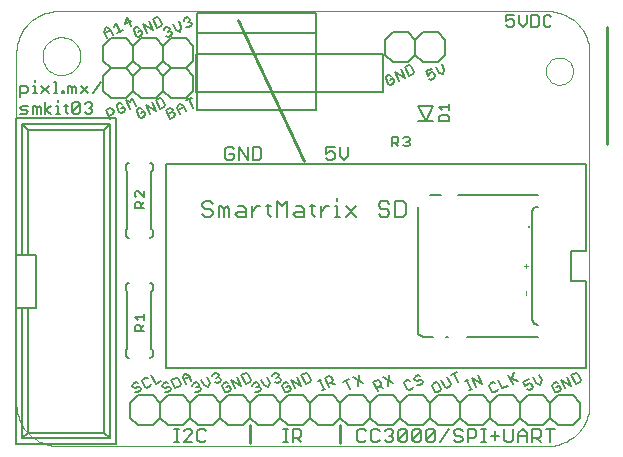
<source format=gto>
G75*
G70*
%OFA0B0*%
%FSLAX24Y24*%
%IPPOS*%
%LPD*%
%AMOC8*
5,1,8,0,0,1.08239X$1,22.5*
%
%ADD10C,0.0000*%
%ADD11C,0.0060*%
%ADD12C,0.0070*%
%ADD13C,0.0080*%
%ADD14C,0.0100*%
%ADD15C,0.0050*%
%ADD16C,0.0040*%
D10*
X001600Y004500D02*
X017900Y004500D01*
X017973Y004502D01*
X018046Y004508D01*
X018119Y004517D01*
X018191Y004531D01*
X018262Y004548D01*
X018333Y004569D01*
X018402Y004593D01*
X018469Y004621D01*
X018536Y004653D01*
X018600Y004688D01*
X018662Y004726D01*
X018723Y004767D01*
X018781Y004812D01*
X018837Y004860D01*
X018890Y004910D01*
X018940Y004963D01*
X018988Y005019D01*
X019033Y005077D01*
X019074Y005138D01*
X019112Y005200D01*
X019147Y005264D01*
X019179Y005331D01*
X019207Y005398D01*
X019231Y005467D01*
X019252Y005538D01*
X019269Y005609D01*
X019283Y005681D01*
X019292Y005754D01*
X019298Y005827D01*
X019300Y005900D01*
X019300Y017600D01*
X017847Y017000D02*
X017849Y017042D01*
X017855Y017084D01*
X017865Y017126D01*
X017878Y017166D01*
X017896Y017205D01*
X017917Y017242D01*
X017941Y017276D01*
X017969Y017309D01*
X017999Y017339D01*
X018032Y017365D01*
X018067Y017389D01*
X018105Y017409D01*
X018144Y017425D01*
X018184Y017438D01*
X018226Y017447D01*
X018268Y017452D01*
X018311Y017453D01*
X018353Y017450D01*
X018395Y017443D01*
X018436Y017432D01*
X018476Y017417D01*
X018514Y017399D01*
X018551Y017377D01*
X018585Y017352D01*
X018617Y017324D01*
X018645Y017293D01*
X018671Y017259D01*
X018694Y017223D01*
X018713Y017186D01*
X018729Y017146D01*
X018741Y017105D01*
X018749Y017064D01*
X018753Y017021D01*
X018753Y016979D01*
X018749Y016936D01*
X018741Y016895D01*
X018729Y016854D01*
X018713Y016814D01*
X018694Y016777D01*
X018671Y016741D01*
X018645Y016707D01*
X018617Y016676D01*
X018585Y016648D01*
X018551Y016623D01*
X018514Y016601D01*
X018476Y016583D01*
X018436Y016568D01*
X018395Y016557D01*
X018353Y016550D01*
X018311Y016547D01*
X018268Y016548D01*
X018226Y016553D01*
X018184Y016562D01*
X018144Y016575D01*
X018105Y016591D01*
X018067Y016611D01*
X018032Y016635D01*
X017999Y016661D01*
X017969Y016691D01*
X017941Y016724D01*
X017917Y016758D01*
X017896Y016795D01*
X017878Y016834D01*
X017865Y016874D01*
X017855Y016916D01*
X017849Y016958D01*
X017847Y017000D01*
X019300Y017600D02*
X019298Y017673D01*
X019292Y017746D01*
X019283Y017819D01*
X019269Y017891D01*
X019252Y017962D01*
X019231Y018033D01*
X019207Y018102D01*
X019179Y018169D01*
X019147Y018236D01*
X019112Y018300D01*
X019074Y018362D01*
X019033Y018423D01*
X018988Y018481D01*
X018940Y018537D01*
X018890Y018590D01*
X018837Y018640D01*
X018781Y018688D01*
X018723Y018733D01*
X018662Y018774D01*
X018600Y018812D01*
X018536Y018847D01*
X018469Y018879D01*
X018402Y018907D01*
X018333Y018931D01*
X018262Y018952D01*
X018191Y018969D01*
X018119Y018983D01*
X018046Y018992D01*
X017973Y018998D01*
X017900Y019000D01*
X001600Y019000D01*
X001527Y018998D01*
X001454Y018992D01*
X001381Y018983D01*
X001309Y018969D01*
X001238Y018952D01*
X001167Y018931D01*
X001098Y018907D01*
X001031Y018879D01*
X000964Y018847D01*
X000900Y018812D01*
X000838Y018774D01*
X000777Y018733D01*
X000719Y018688D01*
X000663Y018640D01*
X000610Y018590D01*
X000560Y018537D01*
X000512Y018481D01*
X000467Y018423D01*
X000426Y018362D01*
X000388Y018300D01*
X000353Y018236D01*
X000321Y018169D01*
X000293Y018102D01*
X000269Y018033D01*
X000248Y017962D01*
X000231Y017891D01*
X000217Y017819D01*
X000208Y017746D01*
X000202Y017673D01*
X000200Y017600D01*
X000200Y005900D01*
X000202Y005827D01*
X000208Y005754D01*
X000217Y005681D01*
X000231Y005609D01*
X000248Y005538D01*
X000269Y005467D01*
X000293Y005398D01*
X000321Y005331D01*
X000353Y005264D01*
X000388Y005200D01*
X000426Y005138D01*
X000467Y005077D01*
X000512Y005019D01*
X000560Y004963D01*
X000610Y004910D01*
X000663Y004860D01*
X000719Y004812D01*
X000777Y004767D01*
X000838Y004726D01*
X000900Y004688D01*
X000964Y004653D01*
X001031Y004621D01*
X001098Y004593D01*
X001167Y004569D01*
X001238Y004548D01*
X001309Y004531D01*
X001381Y004517D01*
X001454Y004508D01*
X001527Y004502D01*
X001600Y004500D01*
X001070Y017500D02*
X001072Y017550D01*
X001078Y017600D01*
X001088Y017649D01*
X001102Y017697D01*
X001119Y017744D01*
X001140Y017789D01*
X001165Y017833D01*
X001193Y017874D01*
X001225Y017913D01*
X001259Y017950D01*
X001296Y017984D01*
X001336Y018014D01*
X001378Y018041D01*
X001422Y018065D01*
X001468Y018086D01*
X001515Y018102D01*
X001563Y018115D01*
X001613Y018124D01*
X001662Y018129D01*
X001713Y018130D01*
X001763Y018127D01*
X001812Y018120D01*
X001861Y018109D01*
X001909Y018094D01*
X001955Y018076D01*
X002000Y018054D01*
X002043Y018028D01*
X002084Y017999D01*
X002123Y017967D01*
X002159Y017932D01*
X002191Y017894D01*
X002221Y017854D01*
X002248Y017811D01*
X002271Y017767D01*
X002290Y017721D01*
X002306Y017673D01*
X002318Y017624D01*
X002326Y017575D01*
X002330Y017525D01*
X002330Y017475D01*
X002326Y017425D01*
X002318Y017376D01*
X002306Y017327D01*
X002290Y017279D01*
X002271Y017233D01*
X002248Y017189D01*
X002221Y017146D01*
X002191Y017106D01*
X002159Y017068D01*
X002123Y017033D01*
X002084Y017001D01*
X002043Y016972D01*
X002000Y016946D01*
X001955Y016924D01*
X001909Y016906D01*
X001861Y016891D01*
X001812Y016880D01*
X001763Y016873D01*
X001713Y016870D01*
X001662Y016871D01*
X001613Y016876D01*
X001563Y016885D01*
X001515Y016898D01*
X001468Y016914D01*
X001422Y016935D01*
X001378Y016959D01*
X001336Y016986D01*
X001296Y017016D01*
X001259Y017050D01*
X001225Y017087D01*
X001193Y017126D01*
X001165Y017167D01*
X001140Y017211D01*
X001119Y017256D01*
X001102Y017303D01*
X001088Y017351D01*
X001078Y017400D01*
X001072Y017450D01*
X001070Y017500D01*
D11*
X000177Y009114D02*
X000177Y004559D01*
X003523Y004559D01*
X003523Y015441D01*
X000177Y015441D01*
X000177Y010886D01*
X000842Y010886D01*
X000842Y009114D01*
X000177Y009114D01*
X000177Y010886D01*
X000389Y010886D02*
X000389Y015234D01*
X000570Y015053D01*
X000570Y010886D01*
X000570Y009114D02*
X000570Y004947D01*
X000389Y004766D01*
X000389Y009114D01*
X003850Y009700D02*
X003850Y009850D01*
X003852Y009867D01*
X003856Y009884D01*
X003863Y009900D01*
X003873Y009914D01*
X003886Y009927D01*
X003900Y009937D01*
X003916Y009944D01*
X003933Y009948D01*
X003950Y009950D01*
X003850Y009700D02*
X003900Y009650D01*
X003900Y007750D01*
X003850Y007700D01*
X003850Y007550D01*
X003852Y007533D01*
X003856Y007516D01*
X003863Y007500D01*
X003873Y007486D01*
X003886Y007473D01*
X003900Y007463D01*
X003916Y007456D01*
X003933Y007452D01*
X003950Y007450D01*
X004650Y007450D02*
X004667Y007452D01*
X004684Y007456D01*
X004700Y007463D01*
X004714Y007473D01*
X004727Y007486D01*
X004737Y007500D01*
X004744Y007516D01*
X004748Y007533D01*
X004750Y007550D01*
X004750Y007700D01*
X004700Y007750D01*
X004700Y009650D01*
X004750Y009700D01*
X004750Y009850D01*
X004748Y009867D01*
X004744Y009884D01*
X004737Y009900D01*
X004727Y009914D01*
X004714Y009927D01*
X004700Y009937D01*
X004684Y009944D01*
X004667Y009948D01*
X004650Y009950D01*
X004650Y011450D02*
X004667Y011452D01*
X004684Y011456D01*
X004700Y011463D01*
X004714Y011473D01*
X004727Y011486D01*
X004737Y011500D01*
X004744Y011516D01*
X004748Y011533D01*
X004750Y011550D01*
X004750Y011700D01*
X004700Y011750D01*
X004700Y013650D01*
X004750Y013700D01*
X004750Y013850D01*
X004748Y013867D01*
X004744Y013884D01*
X004737Y013900D01*
X004727Y013914D01*
X004714Y013927D01*
X004700Y013937D01*
X004684Y013944D01*
X004667Y013948D01*
X004650Y013950D01*
X003950Y013950D02*
X003933Y013948D01*
X003916Y013944D01*
X003900Y013937D01*
X003886Y013927D01*
X003873Y013914D01*
X003863Y013900D01*
X003856Y013884D01*
X003852Y013867D01*
X003850Y013850D01*
X003850Y013700D01*
X003900Y013650D01*
X003900Y011750D01*
X003850Y011700D01*
X003850Y011550D01*
X003852Y011533D01*
X003856Y011516D01*
X003863Y011500D01*
X003873Y011486D01*
X003886Y011473D01*
X003900Y011463D01*
X003916Y011456D01*
X003933Y011452D01*
X003950Y011450D01*
X007149Y014103D02*
X007222Y014030D01*
X007369Y014030D01*
X007442Y014103D01*
X007442Y014250D01*
X007296Y014250D01*
X007442Y014397D02*
X007369Y014470D01*
X007222Y014470D01*
X007149Y014397D01*
X007149Y014103D01*
X007609Y014030D02*
X007609Y014470D01*
X007903Y014030D01*
X007903Y014470D01*
X008070Y014470D02*
X008290Y014470D01*
X008363Y014397D01*
X008363Y014103D01*
X008290Y014030D01*
X008070Y014030D01*
X008070Y014470D01*
X006100Y016350D02*
X005850Y016100D01*
X005350Y016100D01*
X005100Y016350D01*
X004850Y016100D01*
X004350Y016100D01*
X004100Y016350D01*
X003850Y016100D01*
X003350Y016100D01*
X003100Y016350D01*
X003100Y016850D01*
X003350Y017100D01*
X003850Y017100D01*
X004100Y016850D01*
X004350Y017100D01*
X004850Y017100D01*
X005100Y016850D01*
X005350Y017100D01*
X005850Y017100D01*
X006100Y016850D01*
X006100Y016350D01*
X005850Y017100D02*
X005350Y017100D01*
X005100Y017350D01*
X004850Y017100D01*
X004350Y017100D01*
X004100Y017350D01*
X003850Y017100D01*
X003350Y017100D01*
X003100Y017350D01*
X003100Y017850D01*
X003350Y018100D01*
X003850Y018100D01*
X004100Y017850D01*
X004350Y018100D01*
X004850Y018100D01*
X005100Y017850D01*
X005350Y018100D01*
X005850Y018100D01*
X006100Y017850D01*
X006100Y017350D01*
X005850Y017100D01*
X005100Y017350D02*
X005100Y017850D01*
X005100Y016850D02*
X005100Y016350D01*
X004100Y016350D02*
X004100Y016850D01*
X004100Y017350D02*
X004100Y017850D01*
X003311Y015234D02*
X003130Y015053D01*
X000570Y015053D01*
X000389Y015234D02*
X003311Y015234D01*
X003311Y004766D01*
X003130Y004947D01*
X000570Y004947D01*
X000389Y004766D02*
X003311Y004766D01*
X003130Y004947D02*
X003130Y015053D01*
X010509Y014470D02*
X010509Y014250D01*
X010656Y014324D01*
X010729Y014324D01*
X010803Y014250D01*
X010803Y014103D01*
X010729Y014030D01*
X010583Y014030D01*
X010509Y014103D01*
X010509Y014470D02*
X010803Y014470D01*
X010970Y014470D02*
X010970Y014177D01*
X011116Y014030D01*
X011263Y014177D01*
X011263Y014470D01*
X012750Y017300D02*
X012500Y017550D01*
X012500Y018050D01*
X012750Y018300D01*
X013250Y018300D01*
X013500Y018050D01*
X013750Y018300D01*
X014250Y018300D01*
X014500Y018050D01*
X014500Y017550D01*
X014250Y017300D01*
X013750Y017300D01*
X013500Y017550D01*
X013250Y017300D01*
X012750Y017300D01*
X013500Y017550D02*
X013500Y018050D01*
X016530Y018545D02*
X016595Y018480D01*
X016725Y018480D01*
X016790Y018545D01*
X016790Y018675D01*
X016725Y018740D01*
X016660Y018740D01*
X016530Y018675D01*
X016530Y018870D01*
X016790Y018870D01*
X016944Y018870D02*
X016944Y018610D01*
X017074Y018480D01*
X017205Y018610D01*
X017205Y018870D01*
X017359Y018870D02*
X017554Y018870D01*
X017619Y018805D01*
X017619Y018545D01*
X017554Y018480D01*
X017359Y018480D01*
X017359Y018870D01*
X017773Y018805D02*
X017773Y018545D01*
X017838Y018480D01*
X017968Y018480D01*
X018033Y018545D01*
X018033Y018805D02*
X017968Y018870D01*
X017838Y018870D01*
X017773Y018805D01*
X017750Y006200D02*
X017250Y006200D01*
X017000Y005950D01*
X017000Y005450D01*
X017250Y005200D01*
X017750Y005200D01*
X018000Y005450D01*
X018250Y005200D01*
X018750Y005200D01*
X019000Y005450D01*
X019000Y005950D01*
X018750Y006200D01*
X018250Y006200D01*
X018000Y005950D01*
X018000Y005450D01*
X017993Y005070D02*
X017993Y004630D01*
X017679Y004630D02*
X017532Y004777D01*
X017606Y004777D02*
X017385Y004777D01*
X017385Y004630D02*
X017385Y005070D01*
X017606Y005070D01*
X017679Y004997D01*
X017679Y004850D01*
X017606Y004777D01*
X017846Y005070D02*
X018139Y005070D01*
X018000Y005950D02*
X017750Y006200D01*
X017000Y005950D02*
X016750Y006200D01*
X016250Y006200D01*
X016000Y005950D01*
X016000Y005450D01*
X015750Y005200D01*
X015250Y005200D01*
X015000Y005450D01*
X014750Y005200D01*
X014250Y005200D01*
X014000Y005450D01*
X013750Y005200D01*
X013250Y005200D01*
X013000Y005450D01*
X012750Y005200D01*
X012250Y005200D01*
X012000Y005450D01*
X011750Y005200D01*
X011250Y005200D01*
X011000Y005450D01*
X011000Y005950D01*
X011250Y006200D01*
X011750Y006200D01*
X012000Y005950D01*
X012250Y006200D01*
X012750Y006200D01*
X013000Y005950D01*
X013000Y005450D01*
X013008Y005070D02*
X013155Y005070D01*
X013229Y004997D01*
X012935Y004703D01*
X013008Y004630D01*
X013155Y004630D01*
X013229Y004703D01*
X013229Y004997D01*
X013395Y004997D02*
X013469Y005070D01*
X013616Y005070D01*
X013689Y004997D01*
X013395Y004703D01*
X013469Y004630D01*
X013616Y004630D01*
X013689Y004703D01*
X013689Y004997D01*
X013856Y004997D02*
X013929Y005070D01*
X014076Y005070D01*
X014149Y004997D01*
X013856Y004703D01*
X013929Y004630D01*
X014076Y004630D01*
X014149Y004703D01*
X014149Y004997D01*
X013856Y004997D02*
X013856Y004703D01*
X013395Y004703D02*
X013395Y004997D01*
X013008Y005070D02*
X012935Y004997D01*
X012935Y004703D01*
X012768Y004703D02*
X012695Y004630D01*
X012548Y004630D01*
X012475Y004703D01*
X012308Y004703D02*
X012234Y004630D01*
X012088Y004630D01*
X012014Y004703D01*
X012014Y004997D01*
X012088Y005070D01*
X012234Y005070D01*
X012308Y004997D01*
X012475Y004997D02*
X012548Y005070D01*
X012695Y005070D01*
X012768Y004997D01*
X012768Y004924D01*
X012695Y004850D01*
X012768Y004777D01*
X012768Y004703D01*
X012695Y004850D02*
X012621Y004850D01*
X012000Y005450D02*
X012000Y005950D01*
X011774Y005070D02*
X011627Y005070D01*
X011554Y004997D01*
X011554Y004703D01*
X011627Y004630D01*
X011774Y004630D01*
X011847Y004703D01*
X011847Y004997D02*
X011774Y005070D01*
X011000Y005450D02*
X011000Y005950D01*
X010750Y006200D01*
X010250Y006200D01*
X010000Y005950D01*
X009750Y006200D01*
X009250Y006200D01*
X009000Y005950D01*
X008750Y006200D01*
X008250Y006200D01*
X008000Y005950D01*
X008000Y005450D01*
X007750Y005200D01*
X007250Y005200D01*
X007000Y005450D01*
X006750Y005200D01*
X006250Y005200D01*
X006000Y005450D01*
X005750Y005200D01*
X005250Y005200D01*
X005000Y005450D01*
X004750Y005200D01*
X004250Y005200D01*
X004000Y005450D01*
X004000Y005950D01*
X004250Y006200D01*
X004750Y006200D01*
X005000Y005950D01*
X005250Y006200D01*
X005750Y006200D01*
X006000Y005950D01*
X006000Y005450D01*
X005993Y005070D02*
X005846Y005070D01*
X005773Y004997D01*
X005613Y005070D02*
X005466Y005070D01*
X005540Y005070D02*
X005540Y004630D01*
X005613Y004630D02*
X005466Y004630D01*
X005773Y004630D02*
X006067Y004924D01*
X006067Y004997D01*
X005993Y005070D01*
X006233Y004997D02*
X006233Y004703D01*
X006307Y004630D01*
X006454Y004630D01*
X006527Y004703D01*
X006527Y004997D02*
X006454Y005070D01*
X006307Y005070D01*
X006233Y004997D01*
X006067Y004630D02*
X005773Y004630D01*
X005000Y005450D02*
X005000Y005950D01*
X006000Y005950D02*
X006250Y006200D01*
X006750Y006200D01*
X007000Y005950D01*
X007250Y006200D01*
X007750Y006200D01*
X008000Y005950D01*
X008000Y005450D01*
X008250Y005200D01*
X008750Y005200D01*
X009000Y005450D01*
X009000Y005950D01*
X009000Y005450D02*
X009250Y005200D01*
X009750Y005200D01*
X010000Y005450D01*
X010000Y005950D01*
X010000Y005450D02*
X010250Y005200D01*
X010750Y005200D01*
X011000Y005450D01*
X009697Y004997D02*
X009697Y004850D01*
X009623Y004777D01*
X009403Y004777D01*
X009403Y004630D02*
X009403Y005070D01*
X009623Y005070D01*
X009697Y004997D01*
X009550Y004777D02*
X009697Y004630D01*
X009243Y004630D02*
X009096Y004630D01*
X009170Y004630D02*
X009170Y005070D01*
X009243Y005070D02*
X009096Y005070D01*
X007000Y005450D02*
X007000Y005950D01*
X013000Y005950D02*
X013250Y006200D01*
X013750Y006200D01*
X014000Y005950D01*
X014250Y006200D01*
X014750Y006200D01*
X015000Y005950D01*
X015250Y006200D01*
X015750Y006200D01*
X016000Y005950D01*
X016000Y005450D02*
X016250Y005200D01*
X016750Y005200D01*
X017000Y005450D01*
X017072Y005070D02*
X017219Y004924D01*
X017219Y004630D01*
X017219Y004850D02*
X016925Y004850D01*
X016925Y004924D02*
X017072Y005070D01*
X016925Y004924D02*
X016925Y004630D01*
X016758Y004703D02*
X016758Y005070D01*
X016465Y005070D02*
X016465Y004703D01*
X016538Y004630D01*
X016685Y004630D01*
X016758Y004703D01*
X016298Y004850D02*
X016004Y004850D01*
X016151Y004997D02*
X016151Y004703D01*
X015844Y004630D02*
X015697Y004630D01*
X015771Y004630D02*
X015771Y005070D01*
X015844Y005070D02*
X015697Y005070D01*
X015531Y004997D02*
X015531Y004850D01*
X015457Y004777D01*
X015237Y004777D01*
X015237Y004630D02*
X015237Y005070D01*
X015457Y005070D01*
X015531Y004997D01*
X015070Y004997D02*
X014997Y005070D01*
X014850Y005070D01*
X014777Y004997D01*
X014777Y004924D01*
X014850Y004850D01*
X014997Y004850D01*
X015070Y004777D01*
X015070Y004703D01*
X014997Y004630D01*
X014850Y004630D01*
X014777Y004703D01*
X014610Y005070D02*
X014316Y004630D01*
X014000Y005450D02*
X014000Y005950D01*
X015000Y005950D02*
X015000Y005450D01*
D12*
X013097Y012135D02*
X012832Y012135D01*
X012832Y012665D01*
X013097Y012665D01*
X013185Y012577D01*
X013185Y012223D01*
X013097Y012135D01*
X012633Y012223D02*
X012544Y012135D01*
X012367Y012135D01*
X012279Y012223D01*
X012367Y012400D02*
X012279Y012489D01*
X012279Y012577D01*
X012367Y012665D01*
X012544Y012665D01*
X012633Y012577D01*
X012544Y012400D02*
X012367Y012400D01*
X012544Y012400D02*
X012633Y012312D01*
X012633Y012223D01*
X011528Y012135D02*
X011174Y012489D01*
X010894Y012489D02*
X010894Y012135D01*
X010806Y012135D02*
X010983Y012135D01*
X011174Y012135D02*
X011528Y012489D01*
X010894Y012489D02*
X010806Y012489D01*
X010611Y012489D02*
X010522Y012489D01*
X010345Y012312D01*
X010345Y012135D02*
X010345Y012489D01*
X010154Y012489D02*
X009977Y012489D01*
X010065Y012577D02*
X010065Y012223D01*
X010154Y012135D01*
X009778Y012135D02*
X009513Y012135D01*
X009425Y012223D01*
X009513Y012312D01*
X009778Y012312D01*
X009778Y012400D02*
X009778Y012135D01*
X009778Y012400D02*
X009690Y012489D01*
X009513Y012489D01*
X009226Y012665D02*
X009226Y012135D01*
X008872Y012135D02*
X008872Y012665D01*
X009049Y012489D01*
X009226Y012665D01*
X008681Y012489D02*
X008504Y012489D01*
X008592Y012577D02*
X008592Y012223D01*
X008681Y012135D01*
X008309Y012489D02*
X008220Y012489D01*
X008043Y012312D01*
X008043Y012135D02*
X008043Y012489D01*
X007845Y012400D02*
X007845Y012135D01*
X007579Y012135D01*
X007491Y012223D01*
X007579Y012312D01*
X007845Y012312D01*
X007845Y012400D02*
X007756Y012489D01*
X007579Y012489D01*
X007292Y012400D02*
X007292Y012135D01*
X007115Y012135D02*
X007115Y012400D01*
X007204Y012489D01*
X007292Y012400D01*
X007115Y012400D02*
X007027Y012489D01*
X006938Y012489D01*
X006938Y012135D01*
X006740Y012223D02*
X006740Y012312D01*
X006651Y012400D01*
X006474Y012400D01*
X006386Y012489D01*
X006386Y012577D01*
X006474Y012665D01*
X006651Y012665D01*
X006740Y012577D01*
X006740Y012223D02*
X006651Y012135D01*
X006474Y012135D01*
X006386Y012223D01*
X002729Y015648D02*
X002666Y015585D01*
X002539Y015585D01*
X002476Y015648D01*
X002315Y015648D02*
X002315Y015902D01*
X002061Y015648D01*
X002125Y015585D01*
X002252Y015585D01*
X002315Y015648D01*
X002061Y015648D02*
X002061Y015902D01*
X002125Y015965D01*
X002252Y015965D01*
X002315Y015902D01*
X002476Y015902D02*
X002539Y015965D01*
X002666Y015965D01*
X002729Y015902D01*
X002729Y015839D01*
X002666Y015775D01*
X002729Y015712D01*
X002729Y015648D01*
X002666Y015775D02*
X002603Y015775D01*
X002591Y016260D02*
X002338Y016514D01*
X002177Y016450D02*
X002177Y016260D01*
X002050Y016260D02*
X002050Y016450D01*
X002114Y016514D01*
X002177Y016450D01*
X002050Y016450D02*
X001987Y016514D01*
X001923Y016514D01*
X001923Y016260D01*
X001780Y016260D02*
X001716Y016260D01*
X001716Y016323D01*
X001780Y016323D01*
X001780Y016260D01*
X001567Y016260D02*
X001440Y016260D01*
X001503Y016260D02*
X001503Y016640D01*
X001440Y016640D01*
X001279Y016514D02*
X001026Y016260D01*
X000876Y016260D02*
X000749Y016260D01*
X000813Y016260D02*
X000813Y016514D01*
X000749Y016514D01*
X000813Y016640D02*
X000813Y016704D01*
X001026Y016514D02*
X001279Y016260D01*
X001164Y015965D02*
X001164Y015585D01*
X001164Y015712D02*
X001354Y015839D01*
X001509Y015839D02*
X001572Y015839D01*
X001572Y015585D01*
X001509Y015585D02*
X001636Y015585D01*
X001849Y015648D02*
X001849Y015902D01*
X001785Y015839D02*
X001912Y015839D01*
X001849Y015648D02*
X001912Y015585D01*
X001572Y015965D02*
X001572Y016029D01*
X001354Y015585D02*
X001164Y015712D01*
X001003Y015775D02*
X001003Y015585D01*
X000876Y015585D02*
X000876Y015775D01*
X000940Y015839D01*
X001003Y015775D01*
X000876Y015775D02*
X000813Y015839D01*
X000749Y015839D01*
X000749Y015585D01*
X000589Y015648D02*
X000525Y015712D01*
X000398Y015712D01*
X000335Y015775D01*
X000398Y015839D01*
X000589Y015839D01*
X000589Y015648D02*
X000525Y015585D01*
X000335Y015585D01*
X000335Y016133D02*
X000335Y016514D01*
X000525Y016514D01*
X000589Y016450D01*
X000589Y016323D01*
X000525Y016260D01*
X000335Y016260D01*
X002338Y016260D02*
X002591Y016514D01*
X002752Y016260D02*
X003006Y016640D01*
X010894Y012754D02*
X010894Y012665D01*
D13*
X012722Y014490D02*
X012722Y014810D01*
X012882Y014810D01*
X012935Y014757D01*
X012935Y014650D01*
X012882Y014597D01*
X012722Y014597D01*
X012828Y014597D02*
X012935Y014490D01*
X013090Y014543D02*
X013143Y014490D01*
X013250Y014490D01*
X013304Y014543D01*
X013304Y014597D01*
X013250Y014650D01*
X013197Y014650D01*
X013250Y014650D02*
X013304Y014704D01*
X013304Y014757D01*
X013250Y014810D01*
X013143Y014810D01*
X013090Y014757D01*
X013600Y015350D02*
X013850Y015350D01*
X013600Y015850D01*
X014100Y015850D01*
X013850Y015350D01*
X014100Y015350D01*
X014290Y015322D02*
X014290Y015482D01*
X014343Y015535D01*
X014557Y015535D01*
X014610Y015482D01*
X014610Y015322D01*
X014290Y015322D01*
X014396Y015690D02*
X014290Y015797D01*
X014610Y015797D01*
X014610Y015690D02*
X014610Y015904D01*
X014131Y016765D02*
X014034Y016720D01*
X013963Y016746D01*
X013918Y016843D02*
X013992Y016936D01*
X014040Y016959D01*
X014111Y016933D01*
X014156Y016836D01*
X014131Y016765D01*
X013918Y016843D02*
X013850Y016988D01*
X014044Y017078D01*
X014184Y017143D02*
X014274Y016950D01*
X014416Y016898D01*
X014468Y017040D01*
X014378Y017234D01*
X013457Y016970D02*
X013431Y016899D01*
X013286Y016831D01*
X013151Y017121D01*
X013296Y017189D01*
X013367Y017163D01*
X013457Y016970D01*
X013146Y016766D02*
X013011Y017056D01*
X012817Y016966D02*
X013146Y016766D01*
X012952Y016675D02*
X012817Y016966D01*
X012699Y016852D02*
X012628Y016878D01*
X012532Y016832D01*
X012506Y016762D01*
X012596Y016568D01*
X012667Y016542D01*
X012764Y016587D01*
X012790Y016658D01*
X012744Y016755D01*
X012648Y016710D01*
X018700Y011000D02*
X019200Y011000D01*
X019200Y013900D01*
X005200Y013900D01*
X005200Y007100D01*
X019200Y007100D01*
X019200Y010000D01*
X018700Y010000D01*
X018700Y011000D01*
X018846Y006939D02*
X018701Y006871D01*
X018836Y006581D01*
X018981Y006649D01*
X019007Y006720D01*
X018917Y006913D01*
X018846Y006939D01*
X018561Y006806D02*
X018696Y006516D01*
X018367Y006716D01*
X018502Y006425D01*
X018340Y006408D02*
X018294Y006505D01*
X018198Y006460D01*
X018340Y006408D02*
X018314Y006337D01*
X018217Y006292D01*
X018146Y006318D01*
X018056Y006512D01*
X018082Y006582D01*
X018178Y006628D01*
X018249Y006602D01*
X017718Y006690D02*
X017628Y006884D01*
X017718Y006690D02*
X017666Y006548D01*
X017524Y006600D01*
X017434Y006793D01*
X017294Y006728D02*
X017100Y006638D01*
X017168Y006493D01*
X017242Y006586D01*
X017290Y006609D01*
X017361Y006583D01*
X017406Y006486D01*
X017381Y006415D01*
X017284Y006370D01*
X017213Y006396D01*
X016930Y006671D02*
X016717Y006749D01*
X016691Y006678D02*
X016794Y006961D01*
X016601Y006871D02*
X016736Y006581D01*
X016596Y006516D02*
X016402Y006425D01*
X016267Y006716D01*
X016149Y006602D02*
X016078Y006628D01*
X015982Y006582D01*
X015956Y006512D01*
X016046Y006318D01*
X016117Y006292D01*
X016214Y006337D01*
X016240Y006408D01*
X015707Y006567D02*
X015572Y006858D01*
X015378Y006767D02*
X015707Y006567D01*
X015514Y006477D02*
X015378Y006767D01*
X015253Y006709D02*
X015156Y006664D01*
X015204Y006686D02*
X015340Y006396D01*
X015388Y006419D02*
X015291Y006373D01*
X014933Y006626D02*
X014798Y006916D01*
X014701Y006871D02*
X014894Y006961D01*
X014561Y006806D02*
X014673Y006564D01*
X014648Y006493D01*
X014551Y006448D01*
X014480Y006474D01*
X014367Y006716D01*
X014249Y006602D02*
X014340Y006408D01*
X014314Y006337D01*
X014217Y006292D01*
X014146Y006318D01*
X014056Y006512D01*
X014082Y006582D01*
X014178Y006628D01*
X014249Y006602D01*
X013740Y006642D02*
X013714Y006571D01*
X013618Y006526D01*
X013547Y006552D01*
X013550Y006671D02*
X013647Y006716D01*
X013718Y006690D01*
X013740Y006642D01*
X013550Y006671D02*
X013479Y006697D01*
X013457Y006745D01*
X013482Y006816D01*
X013579Y006861D01*
X013650Y006835D01*
X013316Y006680D02*
X013245Y006705D01*
X013149Y006660D01*
X013123Y006589D01*
X013213Y006396D01*
X013284Y006370D01*
X013381Y006415D01*
X013406Y006486D01*
X012763Y006593D02*
X012434Y006793D01*
X012316Y006680D02*
X012245Y006705D01*
X012100Y006638D01*
X012236Y006348D01*
X012190Y006444D02*
X012336Y006512D01*
X012361Y006583D01*
X012316Y006680D01*
X012287Y006489D02*
X012429Y006438D01*
X012569Y006503D02*
X012628Y006884D01*
X011763Y006593D02*
X011434Y006793D01*
X011294Y006728D02*
X011100Y006638D01*
X011197Y006683D02*
X011332Y006393D01*
X011569Y006503D02*
X011628Y006884D01*
X010807Y006567D02*
X010665Y006619D01*
X010714Y006642D02*
X010569Y006574D01*
X010614Y006477D02*
X010478Y006767D01*
X010623Y006835D01*
X010694Y006809D01*
X010740Y006713D01*
X010714Y006642D01*
X010488Y006419D02*
X010391Y006373D01*
X010440Y006396D02*
X010304Y006686D01*
X010256Y006664D02*
X010353Y006709D01*
X010007Y006720D02*
X009917Y006913D01*
X009846Y006939D01*
X009701Y006871D01*
X009836Y006581D01*
X009981Y006649D01*
X010007Y006720D01*
X009696Y006516D02*
X009561Y006806D01*
X009367Y006716D02*
X009696Y006516D01*
X009502Y006425D02*
X009367Y006716D01*
X009249Y006602D02*
X009178Y006628D01*
X009082Y006582D01*
X009056Y006512D01*
X009146Y006318D01*
X009217Y006292D01*
X009314Y006337D01*
X009340Y006408D01*
X009294Y006505D01*
X009198Y006460D01*
X008981Y006649D02*
X008885Y006604D01*
X008814Y006629D01*
X008865Y006771D02*
X008914Y006794D01*
X008985Y006768D01*
X009007Y006720D01*
X008981Y006649D01*
X008914Y006794D02*
X008940Y006865D01*
X008917Y006913D01*
X008846Y006939D01*
X008749Y006894D01*
X008723Y006823D01*
X008561Y006806D02*
X008651Y006612D01*
X008599Y006470D01*
X008457Y006522D01*
X008367Y006716D01*
X008249Y006602D02*
X008272Y006553D01*
X008246Y006482D01*
X008317Y006457D01*
X008340Y006408D01*
X008314Y006337D01*
X008217Y006292D01*
X008146Y006318D01*
X008198Y006460D02*
X008246Y006482D01*
X008249Y006602D02*
X008178Y006628D01*
X008082Y006582D01*
X008056Y006512D01*
X007981Y006649D02*
X008007Y006720D01*
X007917Y006913D01*
X007846Y006939D01*
X007701Y006871D01*
X007836Y006581D01*
X007981Y006649D01*
X007696Y006516D02*
X007561Y006806D01*
X007367Y006716D02*
X007696Y006516D01*
X007502Y006425D02*
X007367Y006716D01*
X007249Y006602D02*
X007178Y006628D01*
X007082Y006582D01*
X007056Y006512D01*
X007146Y006318D01*
X007217Y006292D01*
X007314Y006337D01*
X007340Y006408D01*
X007294Y006505D01*
X007198Y006460D01*
X006981Y006649D02*
X006885Y006604D01*
X006814Y006629D01*
X006865Y006771D02*
X006914Y006794D01*
X006985Y006768D01*
X007007Y006720D01*
X006981Y006649D01*
X006914Y006794D02*
X006940Y006865D01*
X006917Y006913D01*
X006846Y006939D01*
X006749Y006894D01*
X006723Y006823D01*
X006561Y006806D02*
X006651Y006612D01*
X006599Y006470D01*
X006457Y006522D01*
X006367Y006716D01*
X006249Y006602D02*
X006272Y006553D01*
X006246Y006482D01*
X006317Y006457D01*
X006340Y006408D01*
X006314Y006337D01*
X006217Y006292D01*
X006146Y006318D01*
X006198Y006460D02*
X006246Y006482D01*
X006249Y006602D02*
X006178Y006628D01*
X006082Y006582D01*
X006056Y006512D01*
X006030Y006671D02*
X005940Y006865D01*
X005798Y006916D01*
X005746Y006774D01*
X005836Y006581D01*
X005769Y006726D02*
X005962Y006816D01*
X005673Y006564D02*
X005583Y006757D01*
X005512Y006783D01*
X005367Y006716D01*
X005502Y006425D01*
X005648Y006493D01*
X005673Y006564D01*
X005340Y006408D02*
X005314Y006337D01*
X005217Y006292D01*
X005146Y006318D01*
X005149Y006437D02*
X005246Y006482D01*
X005317Y006457D01*
X005340Y006408D01*
X005149Y006437D02*
X005078Y006463D01*
X005056Y006512D01*
X005082Y006582D01*
X005178Y006628D01*
X005249Y006602D01*
X005030Y006671D02*
X004836Y006581D01*
X004701Y006871D01*
X004583Y006757D02*
X004512Y006783D01*
X004415Y006738D01*
X004390Y006667D01*
X004480Y006474D01*
X004551Y006448D01*
X004648Y006493D01*
X004673Y006564D01*
X004340Y006408D02*
X004314Y006337D01*
X004217Y006292D01*
X004146Y006318D01*
X004149Y006437D02*
X004246Y006482D01*
X004317Y006457D01*
X004340Y006408D01*
X004149Y006437D02*
X004078Y006463D01*
X004056Y006512D01*
X004082Y006582D01*
X004178Y006628D01*
X004249Y006602D01*
X004353Y008322D02*
X004353Y008482D01*
X004300Y008535D01*
X004193Y008535D01*
X004140Y008482D01*
X004140Y008322D01*
X004460Y008322D01*
X004353Y008428D02*
X004460Y008535D01*
X004460Y008690D02*
X004460Y008904D01*
X004460Y008797D02*
X004140Y008797D01*
X004246Y008690D01*
X004140Y012422D02*
X004140Y012582D01*
X004193Y012635D01*
X004300Y012635D01*
X004353Y012582D01*
X004353Y012422D01*
X004353Y012528D02*
X004460Y012635D01*
X004460Y012790D02*
X004246Y013004D01*
X004193Y013004D01*
X004140Y012950D01*
X004140Y012843D01*
X004193Y012790D01*
X004460Y012790D02*
X004460Y013004D01*
X004460Y012422D02*
X004140Y012422D01*
X004367Y015442D02*
X004464Y015487D01*
X004490Y015558D01*
X004444Y015655D01*
X004348Y015610D01*
X004399Y015752D02*
X004328Y015778D01*
X004232Y015732D01*
X004206Y015662D01*
X004296Y015468D01*
X004367Y015442D01*
X004652Y015575D02*
X004517Y015866D01*
X004846Y015666D01*
X004711Y015956D01*
X004851Y016021D02*
X004996Y016089D01*
X005067Y016063D01*
X005157Y015870D01*
X005131Y015799D01*
X004986Y015731D01*
X004851Y016021D01*
X005183Y015710D02*
X005328Y015778D01*
X005399Y015752D01*
X005422Y015703D01*
X005396Y015632D01*
X005251Y015565D01*
X005319Y015420D02*
X005183Y015710D01*
X005396Y015632D02*
X005467Y015607D01*
X005490Y015558D01*
X005464Y015487D01*
X005319Y015420D01*
X005585Y015720D02*
X005778Y015811D01*
X005756Y015859D02*
X005846Y015666D01*
X005756Y015859D02*
X005614Y015911D01*
X005562Y015769D01*
X005652Y015575D01*
X006083Y015776D02*
X005948Y016066D01*
X005851Y016021D02*
X006044Y016111D01*
X004180Y015821D02*
X004044Y016111D01*
X003993Y015970D01*
X003851Y016021D01*
X003986Y015731D01*
X003823Y015714D02*
X003778Y015811D01*
X003682Y015766D01*
X003733Y015907D02*
X003662Y015933D01*
X003565Y015888D01*
X003540Y015817D01*
X003630Y015624D01*
X003701Y015598D01*
X003798Y015643D01*
X003823Y015714D01*
X003444Y015655D02*
X003419Y015584D01*
X003274Y015516D01*
X003319Y015420D02*
X003183Y015710D01*
X003328Y015778D01*
X003399Y015752D01*
X003444Y015655D01*
X003219Y018120D02*
X003128Y018313D01*
X003180Y018455D01*
X003322Y018403D01*
X003412Y018210D01*
X003552Y018275D02*
X003746Y018366D01*
X003649Y018320D02*
X003514Y018611D01*
X003462Y018469D01*
X003344Y018355D02*
X003151Y018265D01*
X003819Y018576D02*
X004012Y018666D01*
X004031Y018499D02*
X003896Y018789D01*
X003819Y018576D01*
X004132Y018432D02*
X004106Y018362D01*
X004196Y018168D01*
X004267Y018142D01*
X004364Y018187D01*
X004390Y018258D01*
X004344Y018355D01*
X004248Y018310D01*
X004299Y018452D02*
X004228Y018478D01*
X004132Y018432D01*
X004417Y018566D02*
X004746Y018366D01*
X004611Y018656D01*
X004751Y018721D02*
X004896Y018789D01*
X004967Y018763D01*
X005057Y018570D01*
X005031Y018499D01*
X004886Y018431D01*
X004751Y018721D01*
X004417Y018566D02*
X004552Y018275D01*
X005106Y018362D02*
X005132Y018432D01*
X005228Y018478D01*
X005299Y018452D01*
X005322Y018403D01*
X005296Y018332D01*
X005367Y018307D01*
X005390Y018258D01*
X005364Y018187D01*
X005267Y018142D01*
X005196Y018168D01*
X005248Y018310D02*
X005296Y018332D01*
X005507Y018372D02*
X005417Y018566D01*
X005611Y018656D02*
X005701Y018462D01*
X005649Y018320D01*
X005507Y018372D01*
X005864Y018479D02*
X005935Y018454D01*
X006031Y018499D01*
X006057Y018570D01*
X006035Y018618D01*
X005964Y018644D01*
X005915Y018621D01*
X005964Y018644D02*
X005990Y018715D01*
X005967Y018763D01*
X005896Y018789D01*
X005799Y018744D01*
X005773Y018673D01*
D14*
X007600Y018700D02*
X009800Y014000D01*
X011000Y005200D02*
X011000Y004600D01*
X008000Y004600D02*
X008000Y005200D01*
X019875Y014559D02*
X019875Y018457D01*
D15*
X017569Y012874D02*
X014931Y012874D01*
X014340Y012874D02*
X013986Y012874D01*
X013572Y012481D02*
X013572Y008347D01*
X013574Y008321D01*
X013579Y008296D01*
X013587Y008272D01*
X013598Y008249D01*
X013613Y008227D01*
X013630Y008208D01*
X013649Y008191D01*
X013671Y008176D01*
X013694Y008165D01*
X013718Y008157D01*
X013743Y008152D01*
X013769Y008150D01*
X014084Y008150D01*
X014517Y008150D02*
X014576Y008150D01*
X015206Y008150D02*
X017569Y008150D01*
X017588Y008544D02*
X017562Y008546D01*
X017537Y008551D01*
X017513Y008559D01*
X017490Y008570D01*
X017468Y008585D01*
X017449Y008602D01*
X017432Y008621D01*
X017417Y008643D01*
X017406Y008666D01*
X017398Y008690D01*
X017393Y008715D01*
X017391Y008741D01*
X017391Y012284D01*
X017393Y012310D01*
X017398Y012335D01*
X017406Y012359D01*
X017417Y012383D01*
X017432Y012404D01*
X017449Y012423D01*
X017468Y012440D01*
X017490Y012455D01*
X017513Y012466D01*
X017537Y012474D01*
X017562Y012479D01*
X017588Y012481D01*
X012418Y016310D02*
X012418Y017570D01*
X006182Y017570D01*
X006182Y016310D01*
X012418Y016310D01*
X010169Y015707D02*
X010169Y018266D01*
X006231Y018266D01*
X006231Y015707D01*
X010169Y015707D01*
X010169Y018266D02*
X010169Y018935D01*
X006231Y018935D01*
X006231Y018266D01*
D16*
X017259Y011845D02*
X017293Y011845D01*
X017293Y011812D01*
X017259Y011812D01*
X017259Y011845D01*
X017193Y010567D02*
X017193Y010434D01*
X017126Y010501D02*
X017259Y010501D01*
X017193Y009681D02*
X017193Y009548D01*
M02*

</source>
